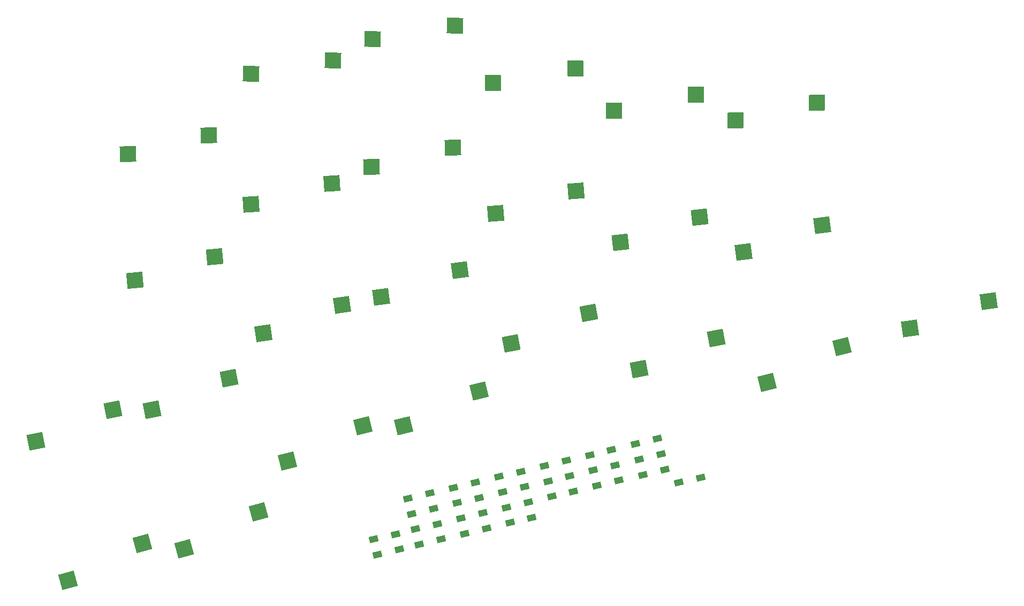
<source format=gbr>
%TF.GenerationSoftware,KiCad,Pcbnew,(6.0.5)*%
%TF.CreationDate,2022-07-31T15:02:15+09:00*%
%TF.ProjectId,ergotonic_f24-pcb-right,6572676f-746f-46e6-9963-5f6632342d70,rev?*%
%TF.SameCoordinates,Original*%
%TF.FileFunction,Paste,Bot*%
%TF.FilePolarity,Positive*%
%FSLAX46Y46*%
G04 Gerber Fmt 4.6, Leading zero omitted, Abs format (unit mm)*
G04 Created by KiCad (PCBNEW (6.0.5)) date 2022-07-31 15:02:15*
%MOMM*%
%LPD*%
G01*
G04 APERTURE LIST*
G04 Aperture macros list*
%AMRotRect*
0 Rectangle, with rotation*
0 The origin of the aperture is its center*
0 $1 length*
0 $2 width*
0 $3 Rotation angle, in degrees counterclockwise*
0 Add horizontal line*
21,1,$1,$2,0,0,$3*%
G04 Aperture macros list end*
%ADD10RotRect,2.550000X2.500000X195.110000*%
%ADD11RotRect,2.550000X2.500000X188.510000*%
%ADD12RotRect,2.550000X2.500000X182.020000*%
%ADD13RotRect,2.550000X2.500000X194.390000*%
%ADD14RotRect,2.550000X2.500000X193.470000*%
%ADD15RotRect,2.550000X2.500000X187.620000*%
%ADD16RotRect,2.550000X2.500000X190.850000*%
%ADD17RotRect,2.550000X2.500000X195.120000*%
%ADD18RotRect,2.550000X2.500000X181.120000*%
%ADD19RotRect,2.550000X2.500000X184.580000*%
%ADD20RotRect,2.550000X2.500000X180.290000*%
%ADD21RotRect,2.550000X2.500000X194.000000*%
%ADD22RotRect,2.550000X2.500000X185.430000*%
%ADD23RotRect,2.550000X2.500000X183.620000*%
%ADD24RotRect,2.550000X2.500000X190.660000*%
%ADD25RotRect,2.550000X2.500000X191.080000*%
%ADD26RotRect,2.550000X2.500000X177.950000*%
%ADD27RotRect,2.550000X2.500000X186.550000*%
%ADD28RotRect,2.550000X2.500000X188.000000*%
%ADD29RotRect,2.550000X2.500000X178.020000*%
%ADD30RotRect,2.550000X2.500000X187.570000*%
%ADD31RotRect,2.550000X2.500000X191.130000*%
%ADD32RotRect,2.550000X2.500000X178.940000*%
%ADD33RotRect,1.400000X1.000000X193.500000*%
G04 APERTURE END LIST*
D10*
%TO.C,SW26*%
X14148839Y-98760683D03*
X25966807Y-92938778D03*
%TD*%
D11*
%TO.C,SW33*%
X45099131Y-59619418D03*
X57507931Y-55194420D03*
%TD*%
D12*
%TO.C,SW36*%
X62217872Y-33285313D03*
X75047308Y-30291236D03*
%TD*%
D13*
%TO.C,SW47*%
X124741038Y-67438459D03*
X136631230Y-61765518D03*
%TD*%
D14*
%TO.C,SW38*%
X67241236Y-74300223D03*
X79220982Y-68818927D03*
%TD*%
D15*
%TO.C,SW37*%
X63705755Y-53881918D03*
X76181791Y-49650197D03*
%TD*%
D16*
%TO.C,SW44*%
X104491530Y-65332075D03*
X116709313Y-60404123D03*
%TD*%
D17*
%TO.C,SW30*%
X32538734Y-93794993D03*
X44355685Y-87971025D03*
%TD*%
D18*
%TO.C,SW45*%
X119730706Y-25919972D03*
X132605588Y-23127780D03*
%TD*%
D19*
%TO.C,SW40*%
X81833802Y-40658855D03*
X94516702Y-37094732D03*
%TD*%
D20*
%TO.C,SW42*%
X100582235Y-24454893D03*
X113496213Y-21849496D03*
%TD*%
D21*
%TO.C,SW34*%
X48883973Y-79889465D03*
X60812504Y-74297590D03*
%TD*%
D22*
%TO.C,SW28*%
X24794434Y-51286849D03*
X37423066Y-47534970D03*
%TD*%
D23*
%TO.C,SW32*%
X43155764Y-39263407D03*
X55896598Y-35912278D03*
%TD*%
D24*
%TO.C,SW41*%
X84326421Y-61295422D03*
X96560478Y-56408013D03*
%TD*%
D25*
%TO.C,SW29*%
X27514930Y-71772937D03*
X39712833Y-66795980D03*
%TD*%
D26*
%TO.C,SW31*%
X43127394Y-18584184D03*
X56136981Y-16508229D03*
%TD*%
D27*
%TO.C,SW43*%
X101552508Y-45263767D03*
X114105391Y-41265760D03*
%TD*%
D28*
%TO.C,SW48*%
X147329451Y-58880761D03*
X159777147Y-54566389D03*
%TD*%
D29*
%TO.C,SW35*%
X62387989Y-13086725D03*
X75395029Y-10994878D03*
%TD*%
D30*
%TO.C,SW46*%
X121029135Y-46769496D03*
X133508859Y-42548664D03*
%TD*%
D12*
%TO.C,SW27*%
X23643872Y-31288313D03*
X36473308Y-28294236D03*
%TD*%
D31*
%TO.C,SW25*%
X9080946Y-76750431D03*
X21274500Y-71762831D03*
%TD*%
D32*
%TO.C,SW39*%
X81446201Y-20000366D03*
X94417977Y-17699943D03*
%TD*%
D33*
%TO.C,D28*%
X72027957Y-87419634D03*
X68576043Y-88248366D03*
%TD*%
%TO.C,D34*%
X80373957Y-90558634D03*
X76922043Y-91387366D03*
%TD*%
%TO.C,D42*%
X100157957Y-78095634D03*
X96706043Y-78924366D03*
%TD*%
%TO.C,D47*%
X108560957Y-81219634D03*
X105109043Y-82048366D03*
%TD*%
%TO.C,D33*%
X79789957Y-88127634D03*
X76338043Y-88956366D03*
%TD*%
%TO.C,D27*%
X71444957Y-84988634D03*
X67993043Y-85817366D03*
%TD*%
%TO.C,D26*%
X66563956Y-93885634D03*
X63112042Y-94714366D03*
%TD*%
%TO.C,D39*%
X92978957Y-79818634D03*
X89527043Y-80647366D03*
%TD*%
%TO.C,D43*%
X100740957Y-80526634D03*
X97289043Y-81355366D03*
%TD*%
%TO.C,D32*%
X79206957Y-85696634D03*
X75755043Y-86525366D03*
%TD*%
%TO.C,D37*%
X86967957Y-86403634D03*
X83516043Y-87232366D03*
%TD*%
%TO.C,D36*%
X86384957Y-83972634D03*
X82933043Y-84801366D03*
%TD*%
%TO.C,D45*%
X107393957Y-76357634D03*
X103942043Y-77186366D03*
%TD*%
%TO.C,D44*%
X101324957Y-82957634D03*
X97873043Y-83786366D03*
%TD*%
%TO.C,D40*%
X93562957Y-82249634D03*
X90111043Y-83078366D03*
%TD*%
%TO.C,D35*%
X85800957Y-81541634D03*
X82349043Y-82370366D03*
%TD*%
%TO.C,D48*%
X114261957Y-82470634D03*
X110810043Y-83299366D03*
%TD*%
%TO.C,D31*%
X78622957Y-83265634D03*
X75171043Y-84094366D03*
%TD*%
%TO.C,D38*%
X87551957Y-88834634D03*
X84100043Y-89663366D03*
%TD*%
%TO.C,D25*%
X65979957Y-91454634D03*
X62528043Y-92283366D03*
%TD*%
%TO.C,D46*%
X107976957Y-78788634D03*
X104525043Y-79617366D03*
%TD*%
%TO.C,D41*%
X94146957Y-84680634D03*
X90695043Y-85509366D03*
%TD*%
%TO.C,D30*%
X73195957Y-92281634D03*
X69744043Y-93110366D03*
%TD*%
%TO.C,D29*%
X72611957Y-89850634D03*
X69160043Y-90679366D03*
%TD*%
M02*

</source>
